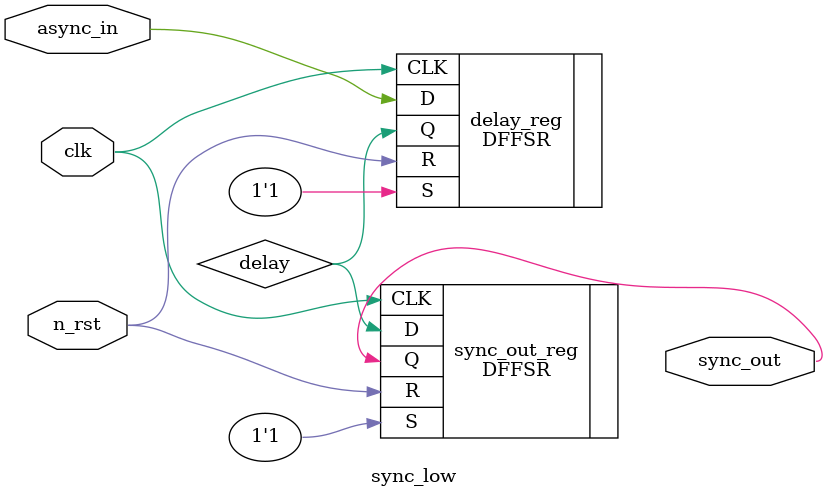
<source format=v>


module sync_low ( clk, n_rst, async_in, sync_out );
  input clk, n_rst, async_in;
  output sync_out;
  wire   delay;

  DFFSR delay_reg ( .D(async_in), .CLK(clk), .R(n_rst), .S(1'b1), .Q(delay) );
  DFFSR sync_out_reg ( .D(delay), .CLK(clk), .R(n_rst), .S(1'b1), .Q(sync_out)
         );
endmodule


</source>
